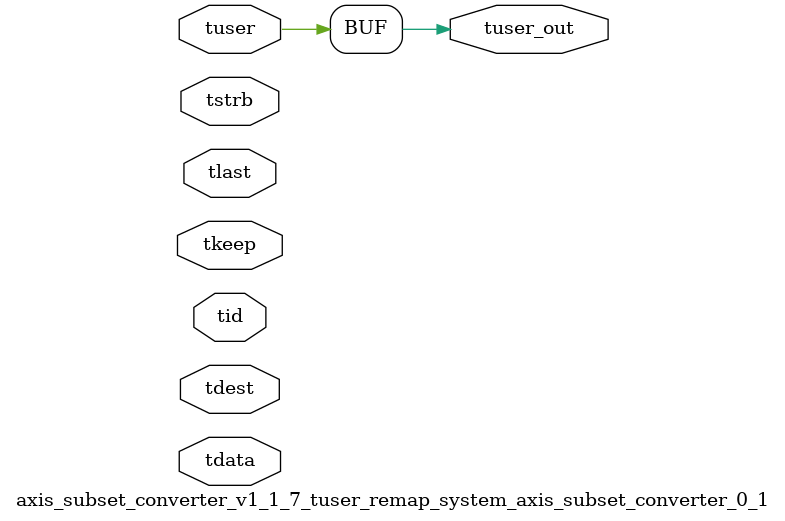
<source format=v>


`timescale 1ps/1ps

module axis_subset_converter_v1_1_7_tuser_remap_system_axis_subset_converter_0_1 #
(
parameter C_S_AXIS_TUSER_WIDTH = 1,
parameter C_S_AXIS_TDATA_WIDTH = 32,
parameter C_S_AXIS_TID_WIDTH   = 0,
parameter C_S_AXIS_TDEST_WIDTH = 0,
parameter C_M_AXIS_TUSER_WIDTH = 1
)
(
input  [(C_S_AXIS_TUSER_WIDTH == 0 ? 1 : C_S_AXIS_TUSER_WIDTH)-1:0     ] tuser,
input  [(C_S_AXIS_TDATA_WIDTH == 0 ? 1 : C_S_AXIS_TDATA_WIDTH)-1:0     ] tdata,
input  [(C_S_AXIS_TID_WIDTH   == 0 ? 1 : C_S_AXIS_TID_WIDTH)-1:0       ] tid,
input  [(C_S_AXIS_TDEST_WIDTH == 0 ? 1 : C_S_AXIS_TDEST_WIDTH)-1:0     ] tdest,
input  [(C_S_AXIS_TDATA_WIDTH/8)-1:0 ] tkeep,
input  [(C_S_AXIS_TDATA_WIDTH/8)-1:0 ] tstrb,
input                                                                    tlast,
output [C_M_AXIS_TUSER_WIDTH-1:0] tuser_out
);

assign tuser_out = {tuser[0:0]};

endmodule


</source>
